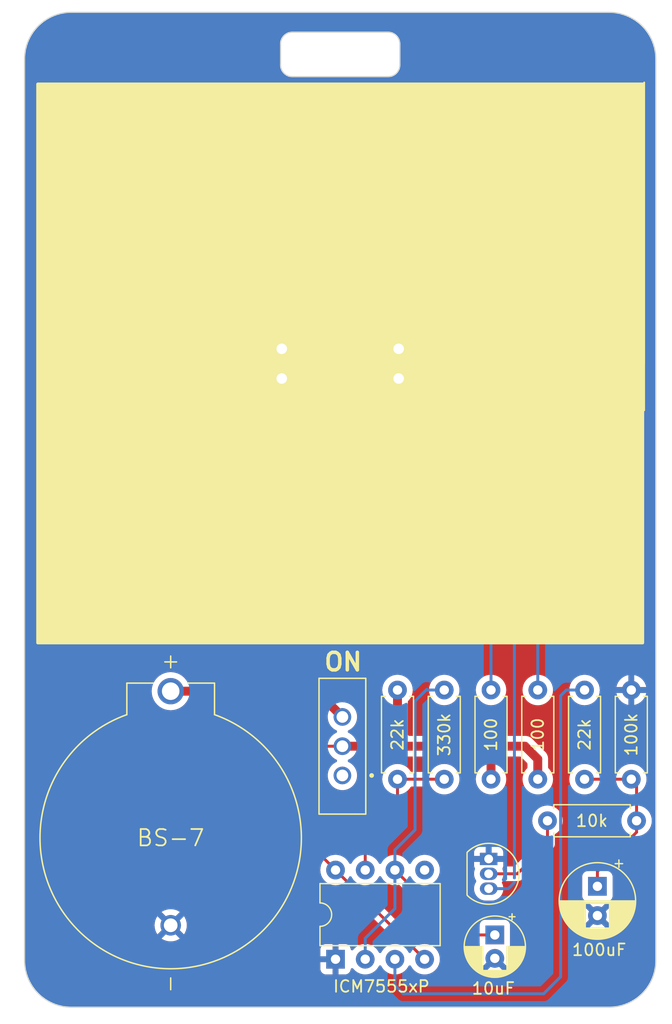
<source format=kicad_pcb>
(kicad_pcb (version 20221018) (generator pcbnew)
  (layers (0 "F.Cu" signal) (31 "B.Cu" signal) (34 "B.Paste" user) (35 "F.Paste" user) (36 "B.SilkS" user "B.Silkscreen") (37 "F.SilkS" user "F.Silkscreen") (38 "B.Mask" user) (39 "F.Mask" user) (44 "Edge.Cuts" user))
  (net 0 "")
  (net 1 "Net-(U1-THR)")
  (net 2 "GND")
  (net 3 "Net-(C2-Pad1)")
  (net 4 "Net-(D1-K)")
  (net 5 "Net-(D1-A)")
  (net 6 "Net-(D2-A)")
  (net 7 "Net-(Q1-B)")
  (net 8 "VCC")
  (net 9 "Net-(U1-DIS)")
  (net 10 "Net-(U1-Q)")
  (net 12 "Net-(BT1-Pad+)")
  (footprint "LED_THT:LED_D3.0mm" (layer "F.Cu") (at 130.0125 71.82125 90)
    (fp_text reference "D2" (at 1.27 -2.96 90) (layer "F.SilkS"))
    (fp_text value "LED")
    (fp_line (start -0.29 -1.236) (end -0.29 -1.08) (stroke (width 0.12)) (layer "F.SilkS"))
    (fp_line (start -0.29 1.08) (end -0.29 1.236) (stroke (width 0.12)) (layer "F.SilkS"))
    (fp_arc (start -0.29 -1.235516) (mid 1.366487 -1.987659) (end 2.942335 -1.078608) (stroke (width 0.12)) (layer "F.SilkS"))
    (fp_arc (start 0.229039 -1.08) (mid 1.270117 -1.5) (end 2.31113 -1.079837) (stroke (width 0.12)) (layer "F.SilkS"))
    (fp_arc (start 2.31113 1.079837) (mid 1.270117 1.5) (end 0.229039 1.08) (stroke (width 0.12)) (layer "F.SilkS"))
    (fp_arc (start 2.942335 1.078608) (mid 1.366487 1.987659) (end -0.29 1.235516) (stroke (width 0.12)) (layer "F.SilkS"))
    (pad "1" thru_hole rect (at 0 0 90) (size 1.8 1.8) (drill 0.9) (layers "*.Cu" "*.Mask") (net 4 "Net-(D1-K)"))
    (pad "2" thru_hole circle (at 2.54 0 90) (size 1.8 1.8) (drill 0.9) (layers "*.Cu" "*.Mask") (net 6 "Net-(D2-A)"))
  )
  (footprint "EG1218:SW_EG1218" (layer "F.Cu") (at 125.2 103.23125 90)
    (fp_text reference "S1" hide)
    (fp_text value "EG1218")
    (fp_line (start -5.8 -2) (end 5.8 -2) (stroke (width 0.127)) (layer "F.SilkS"))
    (fp_line (start -5.8 2) (end -5.8 -2) (stroke (width 0.127)) (layer "F.SilkS"))
    (fp_line (start 5.8 -2) (end 5.8 2) (stroke (width 0.127)) (layer "F.SilkS"))
    (fp_line (start 5.8 2) (end -5.8 2) (stroke (width 0.127)) (layer "F.SilkS"))
    (fp_circle (center -2.5 2.5) (end -2.4 2.5) (stroke (width 0.2)) (fill none) (layer "F.SilkS"))
    (pad "1" thru_hole circle (at -2.5 0 90) (size 1.508 1.508) (drill 1) (layers "*.Cu" "*.Mask"))
    (pad "2" thru_hole circle (at 0 0 90) (size 1.508 1.508) (drill 1) (layers "*.Cu" "*.Mask") (net 8 "VCC"))
    (pad "3" thru_hole circle (at 2.5 0 90) (size 1.508 1.508) (drill 1) (layers "*.Cu" "*.Mask") (net 12 "Net-(BT1-Pad+)"))
  )
  (footprint "Resistor_THT:R_Axial_DIN0207_L6.3mm_D2.5mm_P7.62mm_Horizontal" (layer "F.Cu") (at 133.9125 106.05125 90)
    (fp_text reference "R2" hide)
    (fp_text value "330k" (at 3.81 0 90) (layer "F.SilkS"))
    (fp_line (start 0.54 -1.37) (end 7.08 -1.37) (stroke (width 0.12)) (layer "F.SilkS"))
    (fp_line (start 0.54 -1.04) (end 0.54 -1.37) (stroke (width 0.12)) (layer "F.SilkS"))
    (fp_line (start 0.54 1.04) (end 0.54 1.37) (stroke (width 0.12)) (layer "F.SilkS"))
    (fp_line (start 0.54 1.37) (end 7.08 1.37) (stroke (width 0.12)) (layer "F.SilkS"))
    (fp_line (start 7.08 -1.37) (end 7.08 -1.04) (stroke (width 0.12)) (layer "F.SilkS"))
    (fp_line (start 7.08 1.37) (end 7.08 1.04) (stroke (width 0.12)) (layer "F.SilkS"))
    (pad "1" thru_hole circle (at 0 0 90) (size 1.6 1.6) (drill 0.8) (layers "*.Cu" "*.Mask") (net 9 "Net-(U1-DIS)"))
    (pad "2" thru_hole oval (at 7.62 0 90) (size 1.6 1.6) (drill 0.8) (layers "*.Cu" "*.Mask") (net 1 "Net-(U1-THR)"))
  )
  (footprint "BS-7:BAT_BS-7" (layer "F.Cu") (at 110.5125 108.53125 90)
    (fp_text reference "BT1" hide)
    (fp_text value "BS-7" (at -2.53506 0 180) (layer "F.SilkS") (effects (font (size 1.4 1.4))))
    (fp_line (start -15.5 0) (end -14.5 0) (stroke (width 0.127)) (layer "F.SilkS"))
    (fp_line (start 10.69 -3.75) (end 7.995 -3.75) (stroke (width 0.127)) (layer "F.SilkS"))
    (fp_line (start 10.69 -3.75) (end 10.69 -1.47) (stroke (width 0.127)) (layer "F.SilkS"))
    (fp_line (start 10.69 3.75) (end 7.995 3.75) (stroke (width 0.127)) (layer "F.SilkS"))
    (fp_line (start 10.69 3.75) (end 10.69 1.47) (stroke (width 0.127)) (layer "F.SilkS"))
    (fp_line (start 12 0) (end 13 0) (stroke (width 0.127)) (layer "F.SilkS"))
    (fp_line (start 12.5 -0.5) (end 12.5 0.5) (stroke (width 0.127)) (layer "F.SilkS"))
    (fp_arc (start 7.995 3.75) (mid -13.712925 0) (end 7.995 -3.75) (stroke (width 0.127)) (layer "F.SilkS"))
    (pad "+" thru_hole circle (at 10 0 90) (size 2.25 2.25) (drill 1.5) (layers "*.Cu" "*.Mask") (net 12 "Net-(BT1-Pad+)"))
    (pad "-" thru_hole circle (at -10 0 90) (size 1.755 1.755) (drill 1.17) (layers "*.Cu" "*.Mask") (net 2 "GND"))
  )
  (footprint "Resistor_THT:R_Axial_DIN0207_L6.3mm_D2.5mm_P7.62mm_Horizontal" (layer "F.Cu") (at 141.9125 106.05125 90)
    (fp_text reference "R7" hide)
    (fp_text value "100" (at 3.81 0 90) (layer "F.SilkS"))
    (fp_line (start 0.54 -1.37) (end 7.08 -1.37) (stroke (width 0.12)) (layer "F.SilkS"))
    (fp_line (start 0.54 -1.04) (end 0.54 -1.37) (stroke (width 0.12)) (layer "F.SilkS"))
    (fp_line (start 0.54 1.04) (end 0.54 1.37) (stroke (width 0.12)) (layer "F.SilkS"))
    (fp_line (start 0.54 1.37) (end 7.08 1.37) (stroke (width 0.12)) (layer "F.SilkS"))
    (fp_line (start 7.08 -1.37) (end 7.08 -1.04) (stroke (width 0.12)) (layer "F.SilkS"))
    (fp_line (start 7.08 1.37) (end 7.08 1.04) (stroke (width 0.12)) (layer "F.SilkS"))
    (pad "1" thru_hole circle (at 0 0 90) (size 1.6 1.6) (drill 0.8) (layers "*.Cu" "*.Mask") (net 8 "VCC"))
    (pad "2" thru_hole oval (at 7.62 0 90) (size 1.6 1.6) (drill 0.8) (layers "*.Cu" "*.Mask") (net 6 "Net-(D2-A)"))
  )
  (footprint "Resistor_THT:R_Axial_DIN0207_L6.3mm_D2.5mm_P7.62mm_Horizontal" (layer "F.Cu") (at 149.9125 106.05125 90)
    (fp_text reference "R4" hide)
    (fp_text value "100k" (at 3.81 0 90) (layer "F.SilkS"))
    (fp_line (start 0.54 -1.37) (end 7.08 -1.37) (stroke (width 0.12)) (layer "F.SilkS"))
    (fp_line (start 0.54 -1.04) (end 0.54 -1.37) (stroke (width 0.12)) (layer "F.SilkS"))
    (fp_line (start 0.54 1.04) (end 0.54 1.37) (stroke (width 0.12)) (layer "F.SilkS"))
    (fp_line (start 0.54 1.37) (end 7.08 1.37) (stroke (width 0.12)) (layer "F.SilkS"))
    (fp_line (start 7.08 -1.37) (end 7.08 -1.04) (stroke (width 0.12)) (layer "F.SilkS"))
    (fp_line (start 7.08 1.37) (end 7.08 1.04) (stroke (width 0.12)) (layer "F.SilkS"))
    (pad "1" thru_hole circle (at 0 0 90) (size 1.6 1.6) (drill 0.8) (layers "*.Cu" "*.Mask") (net 3 "Net-(C2-Pad1)"))
    (pad "2" thru_hole oval (at 7.62 0 90) (size 1.6 1.6) (drill 0.8) (layers "*.Cu" "*.Mask") (net 2 "GND"))
  )
  (footprint "Resistor_THT:R_Axial_DIN0207_L6.3mm_D2.5mm_P7.62mm_Horizontal" (layer "F.Cu") (at 137.9125 98.43125 -90)
    (fp_text reference "R6" hide)
    (fp_text value "100" (at 3.81 0 90) (layer "F.SilkS"))
    (fp_line (start 0.54 -1.37) (end 7.08 -1.37) (stroke (width 0.12)) (layer "F.SilkS"))
    (fp_line (start 0.54 -1.04) (end 0.54 -1.37) (stroke (width 0.12)) (layer "F.SilkS"))
    (fp_line (start 0.54 1.04) (end 0.54 1.37) (stroke (width 0.12)) (layer "F.SilkS"))
    (fp_line (start 0.54 1.37) (end 7.08 1.37) (stroke (width 0.12)) (layer "F.SilkS"))
    (fp_line (start 7.08 -1.37) (end 7.08 -1.04) (stroke (width 0.12)) (layer "F.SilkS"))
    (fp_line (start 7.08 1.37) (end 7.08 1.04) (stroke (width 0.12)) (layer "F.SilkS"))
    (pad "1" thru_hole circle (at 0 0 270) (size 1.6 1.6) (drill 0.8) (layers "*.Cu" "*.Mask") (net 5 "Net-(D1-A)"))
    (pad "2" thru_hole oval (at 7.62 0 270) (size 1.6 1.6) (drill 0.8) (layers "*.Cu" "*.Mask") (net 8 "VCC"))
  )
  (footprint "LED_THT:LED_D3.0mm" (layer "F.Cu") (at 120.0125 71.82125 90)
    (fp_text reference "D1" (at 1.27 -2.96 90) (layer "F.SilkS"))
    (fp_text value "LED")
    (fp_line (start -0.29 -1.236) (end -0.29 -1.08) (stroke (width 0.12)) (layer "F.SilkS"))
    (fp_line (start -0.29 1.08) (end -0.29 1.236) (stroke (width 0.12)) (layer "F.SilkS"))
    (fp_arc (start -0.29 -1.235516) (mid 1.366487 -1.987659) (end 2.942335 -1.078608) (stroke (width 0.12)) (layer "F.SilkS"))
    (fp_arc (start 0.229039 -1.08) (mid 1.270117 -1.5) (end 2.31113 -1.079837) (stroke (width 0.12)) (layer "F.SilkS"))
    (fp_arc (start 2.31113 1.079837) (mid 1.270117 1.5) (end 0.229039 1.08) (stroke (width 0.12)) (layer "F.SilkS"))
    (fp_arc (start 2.942335 1.078608) (mid 1.366487 1.987659) (end -0.29 1.235516) (stroke (width 0.12)) (layer "F.SilkS"))
    (pad "1" thru_hole rect (at 0 0 90) (size 1.8 1.8) (drill 0.9) (layers "*.Cu" "*.Mask") (net 4 "Net-(D1-K)"))
    (pad "2" thru_hole circle (at 2.54 0 90) (size 1.8 1.8) (drill 0.9) (layers "*.Cu" "*.Mask") (net 5 "Net-(D1-A)"))
  )
  (footprint "Capacitor_THT:CP_Radial_D6.3mm_P2.50mm" (layer "F.Cu") (at 147.0125 115.20125 -90)
    (fp_text reference "C2" hide)
    (fp_text value "100uF" (at 5.43 -0.15 -180) (layer "F.SilkS"))
    (fp_line (start -2.250241 -1.839) (end -1.620241 -1.839) (stroke (width 0.12)) (layer "F.SilkS"))
    (fp_line (start -1.935241 -2.154) (end -1.935241 -1.524) (stroke (width 0.12)) (layer "F.SilkS"))
    (fp_line (start 1.25 -3.23) (end 1.25 3.23) (stroke (width 0.12)) (layer "F.SilkS"))
    (fp_line (start 1.29 -3.23) (end 1.29 3.23) (stroke (width 0.12)) (layer "F.SilkS"))
    (fp_line (start 1.33 -3.23) (end 1.33 3.23) (stroke (width 0.12)) (layer "F.SilkS"))
    (fp_line (start 1.37 -3.228) (end 1.37 3.228) (stroke (width 0.12)) (layer "F.SilkS"))
    (fp_line (start 1.41 -3.227) (end 1.41 3.227) (stroke (width 0.12)) (layer "F.SilkS"))
    (fp_line (start 1.45 -3.224) (end 1.45 3.224) (stroke (width 0.12)) (layer "F.SilkS"))
    (fp_line (start 1.49 -3.222) (end 1.49 -1.04) (stroke (width 0.12)) (layer "F.SilkS"))
    (fp_line (start 1.49 1.04) (end 1.49 3.222) (stroke (width 0.12)) (layer "F.SilkS"))
    (fp_line (start 1.53 -3.218) (end 1.53 -1.04) (stroke (width 0.12)) (layer "F.SilkS"))
    (fp_line (start 1.53 1.04) (end 1.53 3.218) (stroke (width 0.12)) (layer "F.SilkS"))
    (fp_line (start 1.57 -3.215) (end 1.57 -1.04) (stroke (width 0.12)) (layer "F.SilkS"))
    (fp_line (start 1.57 1.04) (end 1.57 3.215) (stroke (width 0.12)) (layer "F.SilkS"))
    (fp_line (start 1.61 -3.211) (end 1.61 -1.04) (stroke (width 0.12)) (layer "F.SilkS"))
    (fp_line (start 1.61 1.04) (end 1.61 3.211) (stroke (width 0.12)) (layer "F.SilkS"))
    (fp_line (start 1.65 -3.206) (end 1.65 -1.04) (stroke (width 0.12)) (layer "F.SilkS"))
    (fp_line (start 1.65 1.04) (end 1.65 3.206) (stroke (width 0.12)) (layer "F.SilkS"))
    (fp_line (start 1.69 -3.201) (end 1.69 -1.04) (stroke (width 0.12)) (layer "F.SilkS"))
    (fp_line (start 1.69 1.04) (end 1.69 3.201) (stroke (width 0.12)) (layer "F.SilkS"))
    (fp_line (start 1.73 -3.195) (end 1.73 -1.04) (stroke (width 0.12)) (layer "F.SilkS"))
    (fp_line (start 1.73 1.04) (end 1.73 3.195) (stroke (width 0.12)) (layer "F.SilkS"))
    (fp_line (start 1.77 -3.189) (end 1.77 -1.04) (stroke (width 0.12)) (layer "F.SilkS"))
    (fp_line (start 1.77 1.04) (end 1.77 3.189) (stroke (width 0.12)) (layer "F.SilkS"))
    (fp_line (start 1.81 -3.182) (end 1.81 -1.04) (stroke (width 0.12)) (layer "F.SilkS"))
    (fp_line (start 1.81 1.04) (end 1.81 3.182) (stroke (width 0.12)) (layer "F.SilkS"))
    (fp_line (start 1.85 -3.175) (end 1.85 -1.04) (stroke (width 0.12)) (layer "F.SilkS"))
    (fp_line (start 1.85 1.04) (end 1.85 3.175) (stroke (width 0.12)) (layer "F.SilkS"))
    (fp_line (start 1.89 -3.167) (end 1.89 -1.04) (stroke (width 0.12)) (layer "F.SilkS"))
    (fp_line (start 1.89 1.04) (end 1.89 3.167) (stroke (width 0.12)) (layer "F.SilkS"))
    (fp_line (start 1.93 -3.159) (end 1.93 -1.04) (stroke (width 0.12)) (layer "F.SilkS"))
    (fp_line (start 1.93 1.04) (end 1.93 3.159) (stroke (width 0.12)) (layer "F.SilkS"))
    (fp_line (start 1.971 -3.15) (end 1.971 -1.04) (stroke (width 0.12)) (layer "F.SilkS"))
    (fp_line (start 1.971 1.04) (end 1.971 3.15) (stroke (width 0.12)) (layer "F.SilkS"))
    (fp_line (start 2.011 -3.141) (end 2.011 -1.04) (stroke (width 0.12)) (layer "F.SilkS"))
    (fp_line (start 2.011 1.04) (end 2.011 3.141) (stroke (width 0.12)) (layer "F.SilkS"))
    (fp_line (start 2.051 -3.131) (end 2.051 -1.04) (stroke (width 0.12)) (layer "F.SilkS"))
    (fp_line (start 2.051 1.04) (end 2.051 3.131) (stroke (width 0.12)) (layer "F.SilkS"))
    (fp_line (start 2.091 -3.121) (end 2.091 -1.04) (stroke (width 0.12)) (layer "F.SilkS"))
    (fp_line (start 2.091 1.04) (end 2.091 3.121) (stroke (width 0.12)) (layer "F.SilkS"))
    (fp_line (start 2.131 -3.11) (end 2.131 -1.04) (stroke (width 0.12)) (layer "F.SilkS"))
    (fp_line (start 2.131 1.04) (end 2.131 3.11) (stroke (width 0.12)) (layer "F.SilkS"))
    (fp_line (start 2.171 -3.098) (end 2.171 -1.04) (stroke (width 0.12)) (layer "F.SilkS"))
    (fp_line (start 2.171 1.04) (end 2.171 3.098) (stroke (width 0.12)) (layer "F.SilkS"))
    (fp_line (start 2.211 -3.086) (end 2.211 -1.04) (stroke (width 0.12)) (layer "F.SilkS"))
    (fp_line (start 2.211 1.04) (end 2.211 3.086) (stroke (width 0.12)) (layer "F.SilkS"))
    (fp_line (start 2.251 -3.074) (end 2.251 -1.04) (stroke (width 0.12)) (layer "F.SilkS"))
    (fp_line (start 2.251 1.04) (end 2.251 3.074) (stroke (width 0.12)) (layer "F.SilkS"))
    (fp_line (start 2.291 -3.061) (end 2.291 -1.04) (stroke (width 0.12)) (layer "F.SilkS"))
    (fp_line (start 2.291 1.04) (end 2.291 3.061) (stroke (width 0.12)) (layer "F.SilkS"))
    (fp_line (start 2.331 -3.047) (end 2.331 -1.04) (stroke (width 0.12)) (layer "F.SilkS"))
    (fp_line (start 2.331 1.04) (end 2.331 3.047) (stroke (width 0.12)) (layer "F.SilkS"))
    (fp_line (start 2.371 -3.033) (end 2.371 -1.04) (stroke (width 0.12)) (layer "F.SilkS"))
    (fp_line (start 2.371 1.04) (end 2.371 3.033) (stroke (width 0.12)) (layer "F.SilkS"))
    (fp_line (start 2.411 -3.018) (end 2.411 -1.04) (stroke (width 0.12)) (layer "F.SilkS"))
    (fp_line (start 2.411 1.04) (end 2.411 3.018) (stroke (width 0.12)) (layer "F.SilkS"))
    (fp_line (start 2.451 -3.002) (end 2.451 -1.04) (stroke (width 0.12)) (layer "F.SilkS"))
    (fp_line (start 2.451 1.04) (end 2.451 3.002) (stroke (width 0.12)) (layer "F.SilkS"))
    (fp_line (start 2.491 -2.986) (end 2.491 -1.04) (stroke (width 0.12)) (layer "F.SilkS"))
    (fp_line (start 2.491 1.04) (end 2.491 2.986) (stroke (width 0.12)) (layer "F.SilkS"))
    (fp_line (start 2.531 -2.97) (end 2.531 -1.04) (stroke (width 0.12)) (layer "F.SilkS"))
    (fp_line (start 2.531 1.04) (end 2.531 2.97) (stroke (width 0.12)) (layer "F.SilkS"))
    (fp_line (start 2.571 -2.952) (end 2.571 -1.04) (stroke (width 0.12)) (layer "F.SilkS"))
    (fp_line (start 2.571 1.04) (end 2.571 2.952) (stroke (width 0.12)) (layer "F.SilkS"))
    (fp_line (start 2.611 -2.934) (end 2.611 -1.04) (stroke (width 0.12)) (layer "F.SilkS"))
    (fp_line (start 2.611 1.04) (end 2.611 2.934) (stroke (width 0.12)) (layer "F.SilkS"))
    (fp_line (start 2.651 -2.916) (end 2.651 -1.04) (stroke (width 0.12)) (layer "F.SilkS"))
    (fp_line (start 2.651 1.04) (end 2.651 2.916) (stroke (width 0.12)) (layer "F.SilkS"))
    (fp_line (start 2.691 -2.896) (end 2.691 -1.04) (stroke (width 0.12)) (layer "F.SilkS"))
    (fp_line (start 2.691 1.04) (end 2.691 2.896) (stroke (width 0.12)) (layer "F.SilkS"))
    (fp_line (start 2.731 -2.876) (end 2.731 -1.04) (stroke (width 0.12)) (layer "F.SilkS"))
    (fp_line (start 2.731 1.04) (end 2.731 2.876) (stroke (width 0.12)) (layer "F.SilkS"))
    (fp_line (start 2.771 -2.856) (end 2.771 -1.04) (stroke (width 0.12)) (layer "F.SilkS"))
    (fp_line (start 2.771 1.04) (end 2.771 2.856) (stroke (width 0.12)) (layer "F.SilkS"))
    (fp_line (start 2.811 -2.834) (end 2.811 -1.04) (stroke (width 0.12)) (layer "F.SilkS"))
    (fp_line (start 2.811 1.04) (end 2.811 2.834) (stroke (width 0.12)) (layer "F.SilkS"))
    (fp_line (start 2.851 -2.812) (end 2.851 -1.04) (stroke (width 0.12)) (layer "F.SilkS"))
    (fp_line (start 2.851 1.04) (end 2.851 2.812) (stroke (width 0.12)) (layer "F.SilkS"))
    (fp_line (start 2.891 -2.79) (end 2.891 -1.04) (stroke (width 0.12)) (layer "F.SilkS"))
    (fp_line (start 2.891 1.04) (end 2.891 2.79) (stroke (width 0.12)) (layer "F.SilkS"))
    (fp_line (start 2.931 -2.766) (end 2.931 -1.04) (stroke (width 0.12)) (layer "F.SilkS"))
    (fp_line (start 2.931 1.04) (end 2.931 2.766) (stroke (width 0.12)) (layer "F.SilkS"))
    (fp_line (start 2.971 -2.742) (end 2.971 -1.04) (stroke (width 0.12)) (layer "F.SilkS"))
    (fp_line (start 2.971 1.04) (end 2.971 2.742) (stroke (width 0.12)) (layer "F.SilkS"))
    (fp_line (start 3.011 -2.716) (end 3.011 -1.04) (stroke (width 0.12)) (layer "F.SilkS"))
    (fp_line (start 3.011 1.04) (end 3.011 2.716) (stroke (width 0.12)) (layer "F.SilkS"))
    (fp_line (start 3.051 -2.69) (end 3.051 -1.04) (stroke (width 0.12)) (layer "F.SilkS"))
    (fp_line (start 3.051 1.04) (end 3.051 2.69) (stroke (width 0.12)) (layer "F.SilkS"))
    (fp_line (start 3.091 -2.664) (end 3.091 -1.04) (stroke (width 0.12)) (layer "F.SilkS"))
    (fp_line (start 3.091 1.04) (end 3.091 2.664) (stroke (width 0.12)) (layer "F.SilkS"))
    (fp_line (start 3.131 -2.636) (end 3.131 -1.04) (stroke (width 0.12)) (layer "F.SilkS"))
    (fp_line (start 3.131 1.04) (end 3.131 2.636) (stroke (width 0.12)) (layer "F.SilkS"))
    (fp_line (start 3.171 -2.607) (end 3.171 -1.04) (stroke (width 0.12)) (layer "F.SilkS"))
    (fp_line (start 3.171 1.04) (end 3.171 2.607) (stroke (width 0.12)) (layer "F.SilkS"))
    (fp_line (start 3.211 -2.578) (end 3.211 -1.04) (stroke (width 0.12)) (layer "F.SilkS"))
    (fp_line (start 3.211 1.04) (end 3.211 2.578) (stroke (width 0.12)) (layer "F.SilkS"))
    (fp_line (start 3.251 -2.548) (end 3.251 -1.04) (stroke (width 0.12)) (layer "F.SilkS"))
    (fp_line (start 3.251 1.04) (end 3.251 2.548) (stroke (width 0.12)) (layer "F.SilkS"))
    (fp_line (start 3.291 -2.516) (end 3.291 -1.04) (stroke (width 0.12)) (layer "F.SilkS"))
    (fp_line (start 3.291 1.04) (end 3.291 2.516) (stroke (width 0.12)) (layer "F.SilkS"))
    (fp_line (start 3.331 -2.484) (end 3.331 -1.04) (stroke (width 0.12)) (layer "F.SilkS"))
    (fp_line (start 3.331 1.04) (end 3.331 2.484) (stroke (width 0.12)) (layer "F.SilkS"))
    (fp_line (start 3.371 -2.45) (end 3.371 -1.04) (stroke (width 0.12)) (layer "F.SilkS"))
    (fp_line (start 3.371 1.04) (end 3.371 2.45) (stroke (width 0.12)) (layer "F.SilkS"))
    (fp_line (start 3.411 -2.416) (end 3.411 -1.04) (stroke (width 0.12)) (layer "F.SilkS"))
    (fp_line (start 3.411 1.04) (end 3.411 2.416) (stroke (width 0.12)) (layer "F.SilkS"))
    (fp_line (start 3.451 -2.38) (end 3.451 -1.04) (stroke (width 0.12)) (layer "F.SilkS"))
    (fp_line (start 3.451 1.04) (end 3.451 2.38) (stroke (width 0.12)) (layer "F.SilkS"))
    (fp_line (start 3.491 -2.343) (end 3.491 -1.04) (stroke (width 0.12)) (layer "F.SilkS"))
    (fp_line (start 3.491 1.04) (end 3.491 2.343) (stroke (width 0.12)) (layer "F.SilkS"))
    (fp_line (start 3.531 -2.305) (end 3.531 -1.04) (stroke (width 0.12)) (layer "F.SilkS"))
    (fp_line (start 3.531 1.04) (end 3.531 2.305) (stroke (width 0.12)) (layer "F.SilkS"))
    (fp_line (start 3.571 -2.265) (end 3.571 2.265) (stroke (width 0.12)) (layer "F.SilkS"))
    (fp_line (start 3.611 -2.224) (end 3.611 2.224) (stroke (width 0.12)) (layer "F.SilkS"))
    (fp_line (start 3.651 -2.182) (end 3.651 2.182) (stroke (width 0.12)) (layer "F.SilkS"))
    (fp_line (start 3.691 -2.137) (end 3.691 2.137) (stroke (width 0.12)) (layer "F.SilkS"))
    (fp_line (start 3.731 -2.092) (end 3.731 2.092) (stroke (width 0.12)) (layer "F.SilkS"))
    (fp_line (start 3.771 -2.044) (end 3.771 2.044) (stroke (width 0.12)) (layer "F.SilkS"))
    (fp_line (start 3.811 -1.995) (end 3.811 1.995) (stroke (width 0.12)) (layer "F.SilkS"))
    (fp_line (start 3.851 -1.944) (end 3.851 1.944) (stroke (width 0.12)) (layer "F.SilkS"))
    (fp_line (start 3.891 -1.89) (end 3.891 1.89) (stroke (width 0.12)) (layer "F.SilkS"))
    (fp_line (start 3.931 -1.834) (end 3.931 1.834) (stroke (width 0.12)) (layer "F.SilkS"))
    (fp_line (start 3.971 -1.776) (end 3.971 1.776) (stroke (width 0.12)) (layer "F.SilkS"))
    (fp_line (start 4.011 -1.714) (end 4.011 1.714) (stroke (width 0.12)) (layer "F.SilkS"))
    (fp_line (start 4.051 -1.65) (end 4.051 1.65) (stroke (width 0.12)) (layer "F.SilkS"))
    (fp_line (start 4.091 -1.581) (end 4.091 1.581) (stroke (width 0.12)) (layer "F.SilkS"))
    (fp_line (start 4.131 -1.509) (end 4.131 1.509) (stroke (width 0.12)) (layer "F.SilkS"))
    (fp_line (start 4.171 -1.432) (end 4.171 1.432) (stroke (width 0.12)) (layer "F.SilkS"))
    (fp_line (start 4.211 -1.35) (end 4.211 1.35) (stroke (width 0.12)) (layer "F.SilkS"))
    (fp_line (start 4.251 -1.262) (end 4.251 1.262) (stroke (width 0.12)) (layer "F.SilkS"))
    (fp_line (start 4.291 -1.165) (end 4.291 1.165) (stroke (width 0.12)) (layer "F.SilkS"))
    (fp_line (start 4.331 -1.059) (end 4.331 1.059) (stroke (width 0.12)) (layer "F.SilkS"))
    (fp_line (start 4.371 -0.94) (end 4.371 0.94) (stroke (width 0.12)) (layer "F.SilkS"))
    (fp_line (start 4.411 -0.802) (end 4.411 0.802) (stroke (width 0.12)) (layer "F.SilkS"))
    (fp_line (start 4.451 -0.633) (end 4.451 0.633) (stroke (width 0.12)) (layer "F.SilkS"))
    (fp_line (start 4.491 -0.402) (end 4.491 0.402) (stroke (width 0.12)) (layer "F.SilkS"))
    (fp_circle (center 1.25 0) (end 4.52 0) (stroke (width 0.12)) (fill none) (layer "F.SilkS"))
    (pad "1" thru_hole rect (at 0 0 270) (size 1.6 1.6) (drill 0.8) (layers "*.Cu" "*.Mask") (net 3 "Net-(C2-Pad1)"))
    (pad "2" thru_hole circle (at 2.5 0 270) (size 1.6 1.6) (drill 0.8) (layers "*.Cu" "*.Mask") (net 2 "GND"))
  )
  (footprint "Package_TO_SOT_THT:TO-92_Inline" (layer "F.Cu") (at 137.7125 112.86125 -90)
    (fp_text reference "Q1" hide)
    (fp_text value "2N3904")
    (fp_line (start -0.53 1.85) (end 3.07 1.85) (stroke (width 0.12)) (layer "F.SilkS"))
    (fp_arc (start -0.568478 1.838478) (mid -1.132087 -0.994977) (end 1.27 -2.6) (stroke (width 0.12)) (layer "F.SilkS"))
    (fp_arc (start 1.27 -2.6) (mid 3.672087 -0.994977) (end 3.108478 1.838478) (stroke (width 0.12)) (layer "F.SilkS"))
    (pad "1" thru_hole rect (at 0 0 270) (size 1.05 1.5) (drill 0.75) (layers "*.Cu" "*.Mask") (net 2 "GND"))
    (pad "2" thru_hole oval (at 1.27 0 270) (size 1.05 1.5) (drill 0.75) (layers "*.Cu" "*.Mask") (net 7 "Net-(Q1-B)"))
    (pad "3" thru_hole oval (at 2.54 0 270) (size 1.05 1.5) (drill 0.75) (layers "*.Cu" "*.Mask") (net 4 "Net-(D1-K)"))
  )
  (footprint "Package_DIP:DIP-8_W7.62mm" (layer "F.Cu") (at 124.6125 121.43125 90)
    (fp_text reference "U1" hide)
    (fp_text value "ICM7555xP" (at -2.325 3.925 180) (layer "F.SilkS"))
    (fp_line (start 1.16 -1.33) (end 1.16 8.95) (stroke (width 0.12)) (layer "F.SilkS"))
    (fp_line (start 1.16 8.95) (end 6.46 8.95) (stroke (width 0.12)) (layer "F.SilkS"))
    (fp_line (start 2.81 -1.33) (end 1.16 -1.33) (stroke (width 0.12)) (layer "F.SilkS"))
    (fp_line (start 6.46 -1.33) (end 4.81 -1.33) (stroke (width 0.12)) (layer "F.SilkS"))
    (fp_line (start 6.46 8.95) (end 6.46 -1.33) (stroke (width 0.12)) (layer "F.SilkS"))
    (fp_arc (start 4.81 -1.33) (mid 3.81 -0.33) (end 2.81 -1.33) (stroke (width 0.12)) (layer "F.SilkS"))
    (pad "1" thru_hole rect (at 0 0 90) (size 1.6 1.6) (drill 0.8) (layers "*.Cu" "*.Mask") (net 2 "GND"))
    (pad "2" thru_hole oval (at 0 2.54 90) (size 1.6 1.6) (drill 0.8) (layers "*.Cu" "*.Mask") (net 1 "Net-(U1-THR)"))
    (pad "3" thru_hole oval (at 0 5.08 90) (size 1.6 1.6) (drill 0.8) (layers "*.Cu" "*.Mask") (net 10 "Net-(U1-Q)"))
    (pad "4" thru_hole oval (at 0 7.62 90) (size 1.6 1.6) (drill 0.8) (layers "*.Cu" "*.Mask") (net 8 "VCC"))
    (pad "5" thru_hole oval (at 7.62 7.62 90) (size 1.6 1.6) (drill 0.8) (layers "*.Cu" "*.Mask"))
    (pad "6" thru_hole oval (at 7.62 5.08 90) (size 1.6 1.6) (drill 0.8) (layers "*.Cu" "*.Mask") (net 1 "Net-(U1-THR)"))
    (pad "7" thru_hole oval (at 7.62 2.54 90) (size 1.6 1.6) (drill 0.8) (layers "*.Cu" "*.Mask") (net 9 "Net-(U1-DIS)"))
    (pad "8" thru_hole oval (at 7.62 0 90) (size 1.6 1.6) (drill 0.8) (layers "*.Cu" "*.Mask") (net 8 "VCC"))
  )
  (footprint "Capacitor_THT:CP_Radial_D5.0mm_P2.00mm" (layer "F.Cu") (at 138.2375 119.35625 -90)
    (fp_text reference "C1" hide)
    (fp_text value "10uF" (at 4.575 0.125 -180) (layer "F.SilkS"))
    (fp_line (start -1.804775 -1.475) (end -1.304775 -1.475) (stroke (width 0.12)) (layer "F.SilkS"))
    (fp_line (start -1.554775 -1.725) (end -1.554775 -1.225) (stroke (width 0.12)) (layer "F.SilkS"))
    (fp_line (start 1 -2.58) (end 1 -1.04) (stroke (width 0.12)) (layer "F.SilkS"))
    (fp_line (start 1 1.04) (end 1 2.58) (stroke (width 0.12)) (layer "F.SilkS"))
    (fp_line (start 1.04 -2.58) (end 1.04 -1.04) (stroke (width 0.12)) (layer "F.SilkS"))
    (fp_line (start 1.04 1.04) (end 1.04 2.58) (stroke (width 0.12)) (layer "F.SilkS"))
    (fp_line (start 1.08 -2.579) (end 1.08 -1.04) (stroke (width 0.12)) (layer "F.SilkS"))
    (fp_line (start 1.08 1.04) (end 1.08 2.579) (stroke (width 0.12)) (layer "F.SilkS"))
    (fp_line (start 1.12 -2.578) (end 1.12 -1.04) (stroke (width 0.12)) (layer "F.SilkS"))
    (fp_line (start 1.12 1.04) (end 1.12 2.578) (stroke (width 0.12)) (layer "F.SilkS"))
    (fp_line (start 1.16 -2.576) (end 1.16 -1.04) (stroke (width 0.12)) (layer "F.SilkS"))
    (fp_line (start 1.16 1.04) (end 1.16 2.576) (stroke (width 0.12)) (layer "F.SilkS"))
    (fp_line (start 1.2 -2.573) (end 1.2 -1.04) (stroke (width 0.12)) (layer "F.SilkS"))
    (fp_line (start 1.2 1.04) (end 1.2 2.573) (stroke (width 0.12)) (layer "F.SilkS"))
    (fp_line (start 1.24 -2.569) (end 1.24 -1.04) (stroke (width 0.12)) (layer "F.SilkS"))
    (fp_line (start 1.24 1.04) (end 1.24 2.569) (stroke (width 0.12)) (layer "F.SilkS"))
    (fp_line (start 1.28 -2.565) (end 1.28 -1.04) (stroke (width 0.12)) (layer "F.SilkS"))
    (fp_line (start 1.28 1.04) (end 1.28 2.565) (stroke (width 0.12)) (layer "F.SilkS"))
    (fp_line (start 1.32 -2.561) (end 1.32 -1.04) (stroke (width 0.12)) (layer "F.SilkS"))
    (fp_line (start 1.32 1.04) (end 1.32 2.561) (stroke (width 0.12)) (layer "F.SilkS"))
    (fp_line (start 1.36 -2.556) (end 1.36 -1.04) (stroke (width 0.12)) (layer "F.SilkS"))
    (fp_line (start 1.36 1.04) (end 1.36 2.556) (stroke (width 0.12)) (layer "F.SilkS"))
    (fp_line (start 1.4 -2.55) (end 1.4 -1.04) (stroke (width 0.12)) (layer "F.SilkS"))
    (fp_line (start 1.4 1.04) (end 1.4 2.55) (stroke (width 0.12)) (layer "F.SilkS"))
    (fp_line (start 1.44 -2.543) (end 1.44 -1.04) (stroke (width 0.12)) (layer "F.SilkS"))
    (fp_line (start 1.44 1.04) (end 1.44 2.543) (stroke (width 0.12)) (layer "F.SilkS"))
    (fp_line (start 1.48 -2.536) (end 1.48 -1.04) (stroke (width 0.12)) (layer "F.SilkS"))
    (fp_line (start 1.48 1.04) (end 1.48 2.536) (stroke (width 0.12)) (layer "F.SilkS"))
    (fp_line (start 1.52 -2.528) (end 1.52 -1.04) (stroke (width 0.12)) (layer "F.SilkS"))
    (fp_line (start 1.52 1.04) (end 1.52 2.528) (stroke (width 0.12)) (layer "F.SilkS"))
    (fp_line (start 1.56 -2.52) (end 1.56 -1.04) (stroke (width 0.12)) (layer "F.SilkS"))
    (fp_line (start 1.56 1.04) (end 1.56 2.52) (stroke (width 0.12)) (layer "F.SilkS"))
    (fp_line (start 1.6 -2.511) (end 1.6 -1.04) (stroke (width 0.12)) (layer "F.SilkS"))
    (fp_line (start 1.6 1.04) (end 1.6 2.511) (stroke (width 0.12)) (layer "F.SilkS"))
    (fp_line (start 1.64 -2.501) (end 1.64 -1.04) (stroke (width 0.12)) (layer "F.SilkS"))
    (fp_line (start 1.64 1.04) (end 1.64 2.501) (stroke (width 0.12)) (layer "F.SilkS"))
    (fp_line (start 1.68 -2.491) (end 1.68 -1.04) (stroke (width 0.12)) (layer "F.SilkS"))
    (fp_line (start 1.68 1.04) (end 1.68 2.491) (stroke (width 0.12)) (layer "F.SilkS"))
    (fp_line (start 1.721 -2.48) (end 1.721 -1.04) (stroke (width 0.12)) (layer "F.SilkS"))
    (fp_line (start 1.721 1.04) (end 1.721 2.48) (stroke (width 0.12)) (layer "F.SilkS"))
    (fp_line (start 1.761 -2.468) (end 1.761 -1.04) (stroke (width 0.12)) (layer "F.SilkS"))
    (fp_line (start 1.761 1.04) (end 1.761 2.468) (stroke (width 0.12)) (layer "F.SilkS"))
    (fp_line (start 1.801 -2.455) (end 1.801 -1.04) (stroke (width 0.12)) (layer "F.SilkS"))
    (fp_line (start 1.801 1.04) (end 1.801 2.455) (stroke (width 0.12)) (layer "F.SilkS"))
    (fp_line (start 1.841 -2.442) (end 1.841 -1.04) (stroke (width 0.12)) (layer "F.SilkS"))
    (fp_line (start 1.841 1.04) (end 1.841 2.442) (stroke (width 0.12)) (layer "F.SilkS"))
    (fp_line (start 1.881 -2.428) (end 1.881 -1.04) (stroke (width 0.12)) (layer "F.SilkS"))
    (fp_line (start 1.881 1.04) (end 1.881 2.428) (stroke (width 0.12)) (layer "F.SilkS"))
    (fp_line (start 1.921 -2.414) (end 1.921 -1.04) (stroke (width 0.12)) (layer "F.SilkS"))
    (fp_line (start 1.921 1.04) (end 1.921 2.414) (stroke (width 0.12)) (layer "F.SilkS"))
    (fp_line (start 1.961 -2.398) (end 1.961 -1.04) (stroke (width 0.12)) (layer "F.SilkS"))
    (fp_line (start 1.961 1.04) (end 1.961 2.398) (stroke (width 0.12)) (layer "F.SilkS"))
    (fp_line (start 2.001 -2.382) (end 2.001 -1.04) (stroke (width 0.12)) (layer "F.SilkS"))
    (fp_line (start 2.001 1.04) (end 2.001 2.382) (stroke (width 0.12)) (layer "F.SilkS"))
    (fp_line (start 2.041 -2.365) (end 2.041 -1.04) (stroke (width 0.12)) (layer "F.SilkS"))
    (fp_line (start 2.041 1.04) (end 2.041 2.365) (stroke (width 0.12)) (layer "F.SilkS"))
    (fp_line (start 2.081 -2.348) (end 2.081 -1.04) (stroke (width 0.12)) (layer "F.SilkS"))
    (fp_line (start 2.081 1.04) (end 2.081 2.348) (stroke (width 0.12)) (layer "F.SilkS"))
    (fp_line (start 2.121 -2.329) (end 2.121 -1.04) (stroke (width 0.12)) (layer "F.SilkS"))
    (fp_line (start 2.121 1.04) (end 2.121 2.329) (stroke (width 0.12)) (layer "F.SilkS"))
    (fp_line (start 2.161 -2.31) (end 2.161 -1.04) (stroke (width 0.12)) (layer "F.SilkS"))
    (fp_line (start 2.161 1.04) (end 2.161 2.31) (stroke (width 0.12)) (layer "F.SilkS"))
    (fp_line (start 2.201 -2.29) (end 2.201 -1.04) (stroke (width 0.12)) (layer "F.SilkS"))
    (fp_line (start 2.201 1.04) (end 2.201 2.29) (stroke (width 0.12)) (layer "F.SilkS"))
    (fp_line (start 2.241 -2.268) (end 2.241 -1.04) (stroke (width 0.12)) (layer "F.SilkS"))
    (fp_line (start 2.241 1.04) (end 2.241 2.268) (stroke (width 0.12)) (layer "F.SilkS"))
    (fp_line (start 2.281 -2.247) (end 2.281 -1.04) (stroke (width 0.12)) (layer "F.SilkS"))
    (fp_line (start 2.281 1.04) (end 2.281 2.247) (stroke (width 0.12)) (layer "F.SilkS"))
    (fp_line (start 2.321 -2.224) (end 2.321 -1.04) (stroke (width 0.12)) (layer "F.SilkS"))
    (fp_line (start 2.321 1.04) (end 2.321 2.224) (stroke (width 0.12)) (layer "F.SilkS"))
    (fp_line (start 2.361 -2.2) (end 2.361 -1.04) (stroke (width 0.12)) (layer "F.SilkS"))
    (fp_line (start 2.361 1.04) (end 2.361 2.2) (stroke (width 0.12)) (layer "F.SilkS"))
    (fp_line (start 2.401 -2.175) (end 2.401 -1.04) (stroke (width 0.12)) (layer "F.SilkS"))
    (fp_line (start 2.401 1.04) (end 2.401 2.175) (stroke (width 0.12)) (layer "F.SilkS"))
    (fp_line (start 2.441 -2.149) (end 2.441 -1.04) (stroke (width 0.12)) (layer "F.SilkS"))
    (fp_line (start 2.441 1.04) (end 2.441 2.149) (stroke (width 0.12)) (layer "F.SilkS"))
    (fp_line (start 2.481 -2.122) (end 2.481 -1.04) (stroke (width 0.12)) (layer "F.SilkS"))
    (fp_line (start 2.481 1.04) (end 2.481 2.122) (stroke (width 0.12)) (layer "F.SilkS"))
    (fp_line (start 2.521 -2.095) (end 2.521 -1.04) (stroke (width 0.12)) (layer "F.SilkS"))
    (fp_line (start 2.521 1.04) (end 2.521 2.095) (stroke (width 0.12)) (layer "F.SilkS"))
    (fp_line (start 2.561 -2.065) (end 2.561 -1.04) (stroke (width 0.12)) (layer "F.SilkS"))
    (fp_line (start 2.561 1.04) (end 2.561 2.065) (stroke (width 0.12)) (layer "F.SilkS"))
    (fp_line (start 2.601 -2.035) (end 2.601 -1.04) (stroke (width 0.12)) (layer "F.SilkS"))
    (fp_line (start 2.601 1.04) (end 2.601 2.035) (stroke (width 0.12)) (layer "F.SilkS"))
    (fp_line (start 2.641 -2.004) (end 2.641 -1.04) (stroke (width 0.12)) (layer "F.SilkS"))
    (fp_line (start 2.641 1.04) (end 2.641 2.004) (stroke (width 0.12)) (layer "F.SilkS"))
    (fp_line (start 2.681 -1.971) (end 2.681 -1.04) (stroke (width 0.12)) (layer "F.SilkS"))
    (fp_line (start 2.681 1.04) (end 2.681 1.971) (stroke (width 0.12)) (layer "F.SilkS"))
    (fp_line (start 2.721 -1.937) (end 2.721 -1.04) (stroke (width 0.12)) (layer "F.SilkS"))
    (fp_line (start 2.721 1.04) (end 2.721 1.937) (stroke (width 0.12)) (layer "F.SilkS"))
    (fp_line (start 2.761 -1.901) (end 2.761 -1.04) (stroke (width 0.12)) (layer "F.SilkS"))
    (fp_line (start 2.761 1.04) (end 2.761 1.901) (stroke (width 0.12)) (layer "F.SilkS"))
    (fp_line (start 2.801 -1.864) (end 2.801 -1.04) (stroke (width 0.12)) (layer "F.SilkS"))
    (fp_line (start 2.801 1.04) (end 2.801 1.864) (stroke (width 0.12)) (layer "F.SilkS"))
    (fp_line (start 2.841 -1.826) (end 2.841 -1.04) (stroke (width 0.12)) (layer "F.SilkS"))
    (fp_line (start 2.841 1.04) (end 2.841 1.826) (stroke (width 0.12)) (layer "F.SilkS"))
    (fp_line (start 2.881 -1.785) (end 2.881 -1.04) (stroke (width 0.12)) (layer "F.SilkS"))
    (fp_line (start 2.881 1.04) (end 2.881 1.785) (stroke (width 0.12)) (layer "F.SilkS"))
    (fp_line (start 2.921 -1.743) (end 2.921 -1.04) (stroke (width 0.12)) (layer "F.SilkS"))
    (fp_line (start 2.921 1.04) (end 2.921 1.743) (stroke (width 0.12)) (layer "F.SilkS"))
    (fp_line (start 2.961 -1.699) (end 2.961 -1.04) (stroke (width 0.12)) (layer "F.SilkS"))
    (fp_line (start 2.961 1.04) (end 2.961 1.699) (stroke (width 0.12)) (layer "F.SilkS"))
    (fp_line (start 3.001 -1.653) (end 3.001 -1.04) (stroke (width 0.12)) (layer "F.SilkS"))
    (fp_line (start 3.001 1.04) (end 3.001 1.653) (stroke (width 0.12)) (layer "F.SilkS"))
    (fp_line (start 3.041 -1.605) (end 3.041 1.605) (stroke (width 0.12)) (layer "F.SilkS"))
    (fp_line (start 3.081 -1.554) (end 3.081 1.554) (stroke (width 0.12)) (layer "F.SilkS"))
    (fp_line (start 3.121 -1.5) (end 3.121 1.5) (stroke (width 0.12)) (layer "F.SilkS"))
    (fp_line (start 3.161 -1.443) (end 3.161 1.443) (stroke (width 0.12)) (layer "F.SilkS"))
    (fp_line (start 3.201 -1.383) (end 3.201 1.383) (stroke (width 0.12)) (layer "F.SilkS"))
    (fp_line (start 3.241 -1.319) (end 3.241 1.319) (stroke (width 0.12)) (layer "F.SilkS"))
    (fp_line (start 3.281 -1.251) (end 3.281 1.251) (stroke (width 0.12)) (layer "F.SilkS"))
    (fp_line (start 3.321 -1.178) (end 3.321 1.178) (stroke (width 0.12)) (layer "F.SilkS"))
    (fp_line (start 3.361 -1.098) (end 3.361 1.098) (stroke (width 0.12)) (layer "F.SilkS"))
    (fp_line (start 3.401 -1.011) (end 3.401 1.011) (stroke (width 0.12)) (layer "F.SilkS"))
    (fp_line (start 3.441 -0.915) (end 3.441 0.915) (stroke (width 0.12)) (layer "F.SilkS"))
    (fp_line (start 3.481 -0.805) (end 3.481 0.805) (stroke (width 0.12)) (layer "F.SilkS"))
    (fp_line (start 3.521 -0.677) (end 3.521 0.677) (stroke (width 0.12)) (layer "F.SilkS"))
    (fp_line (start 3.561 -0.518) (end 3.561 0.518) (stroke (width 0.12)) (layer "F.SilkS"))
    (fp_line (start 3.601 -0.284) (end 3.601 0.284) (stroke (width 0.12)) (layer "F.SilkS"))
    (fp_circle (center 1 0) (end 3.62 0) (stroke (width 0.12)) (fill none) (layer "F.SilkS"))
    (pad "1" thru_hole rect (at 0 0 270) (size 1.6 1.6) (drill 0.8) (layers "*.Cu" "*.Mask") (net 1 "Net-(U1-THR)"))
    (pad "2" thru_hole circle (at 2 0 270) (size 1.6 1.6) (drill 0.8) (layers "*.Cu" "*.Mask") (net 2 "GND"))
  )
  (footprint "Resistor_THT:R_Axial_DIN0207_L6.3mm_D2.5mm_P7.62mm_Horizontal" (layer "F.Cu") (at 129.9125 98.43125 -90)
    (fp_text reference "R1" hide)
    (fp_text value "22k" (at 3.81 0 90) (layer "F.SilkS"))
    (fp_line (start 0.54 -1.37) (end 7.08 -1.37) (stroke (width 0.12)) (layer "F.SilkS"))
    (fp_line (start 0.54 -1.04) (end 0.54 -1.37) (stroke (width 0.12)) (layer "F.SilkS"))
    (fp_line (start 0.54 1.04) (end 0.54 1.37) (stroke (width 0.12)) (layer "F.SilkS"))
    (fp_line (start 0.54 1.37) (end 7.08 1.37) (stroke (width 0.12)) (layer "F.SilkS"))
    (fp_line (start 7.08 -1.37) (end 7.08 -1.04) (stroke (width 0.12)) (layer "F.SilkS"))
    (fp_line (start 7.08 1.37) (end 7.08 1.04) (stroke (width 0.12)) (layer "F.SilkS"))
    (pad "1" thru_hole circle (at 0 0 270) (size 1.6 1.6) (drill 0.8) (layers "*.Cu" "*.Mask") (net 8 "VCC"))
    (pad "2" thru_hole oval (at 7.62 0 270) (size 1.6 1.6) (drill 0.8) (layers "*.Cu" "*.Mask") (net 9 "Net-(U1-DIS)"))
  )
  (footprint "Resistor_THT:R_Axial_DIN0207_L6.3mm_D2.5mm_P7.62mm_Horizontal" (layer "F.Cu") (at 145.9125 106.05125 90)
    (fp_text reference "R3" hide)
    (fp_text value "22k" (at 3.81 0 90) (layer "F.SilkS"))
    (fp_line (start 0.54 -1.37) (end 7.08 -1.37) (stroke (width 0.12)) (layer "F.SilkS"))
    (fp_line (start 0.54 -1.04) (end 0.54 -1.37) (stroke (width 0.12)) (layer "F.SilkS"))
    (fp_line (start 0.54 1.04) (end 0.54 1.37) (stroke (width 0.12)) (layer "F.SilkS"))
    (fp_line (start 0.54 1.37) (end 7.08 1.37) (stroke (width 0.12)) (layer "F.SilkS"))
    (fp_line (start 7.08 -1.37) (end 7.08 -1.04) (stroke (width 0.12)) (layer "F.SilkS"))
    (fp_line (start 7.08 1.37) (end 7.08 1.04) (stroke (width 0.12)) (layer "F.SilkS"))
    (pad "1" thru_hole circle (at 0 0 90) (size 1.6 1.6) (drill 0.8) (layers "*.Cu" "*.Mask") (net 3 "Net-(C2-Pad1)"))
    (pad "2" thru_hole oval (at 7.62 0 90) (size 1.6 1.6) (drill 0.8) (layers "*.Cu" "*.Mask") (net 10 "Net-(U1-Q)"))
  )
  (footprint "Resistor_THT:R_Axial_DIN0207_L6.3mm_D2.5mm_P7.62mm_Horizontal" (layer "F.Cu") (at 150.3625 109.60125 180)
    (fp_text reference "R5" hide)
    (fp_text value "10k" (at 3.825 -0.005) (layer "F.SilkS"))
    (fp_line (start 0.54 -1.37) (end 7.08 -1.37) (stroke (width 0.12)) (layer "F.SilkS"))
    (fp_line (start 0.54 -1.04) (end 0.54 -1.37) (stroke (width 0.12)) (layer "F.SilkS"))
    (fp_line (start 0.54 1.04) (end 0.54 1.37) (stroke (width 0.12)) (layer "F.SilkS"))
    (fp_line (start 0.54 1.37) (end 7.08 1.37) (stroke (width 0.12)) (layer "F.SilkS"))
    (fp_line (start 7.08 -1.37) (end 7.08 -1.04) (stroke (width 0.12)) (layer "F.SilkS"))
    (fp_line (start 7.08 1.37) (end 7.08 1.04) (stroke (width 0.12)) (layer "F.SilkS"))
    (pad "1" thru_hole circle (at 0 0 180) (size 1.6 1.6) (drill 0.8) (layers "*.Cu" "*.Mask") (net 3 "Net-(C2-Pad1)"))
    (pad "2" thru_hole oval (at 7.62 0 180) (size 1.6 1.6) (drill 0.8) (layers "*.Cu" "*.Mask") (net 7 "Net-(Q1-B)"))
  )
  (gr_line (start 151.0125 46.53125) (end 151.0125 74.53125) (stroke (width 0.15)) (layer "F.SilkS"))
  (gr_line (start 151.0125 46.53125) (end 151.0125 70.53125) (stroke (width 0.15)) (layer "F.SilkS"))
  (gr_arc (start 98.0125 44.53125) (mid 99.184073 41.702823) (end 102.0125 40.53125) (stroke (width 0.1)) (layer "Edge.Cuts"))
  (gr_line (start 120.9125 42.23125) (end 129.112499 42.231251) (stroke (width 0.1)) (layer "Edge.Cuts"))
  (gr_line (start 119.912501 45.031249) (end 119.9125 43.23125) (stroke (width 0.1)) (layer "Edge.Cuts"))
  (gr_line (start 148.0125 125.53125) (end 102.0125 125.53125) (stroke (width 0.1)) (layer "Edge.Cuts"))
  (gr_arc (start 102.0125 125.53125) (mid 99.184073 124.359677) (end 98.0125 121.53125) (stroke (width 0.1)) (layer "Edge.Cuts"))
  (gr_line (start 98.0125 44.53125) (end 98.0125 121.53125) (stroke (width 0.1)) (layer "Edge.Cuts"))
  (gr_line (start 102.0125 40.53125) (end 148.0125 40.53125) (stroke (width 0.1)) (layer "Edge.Cuts"))
  (gr_line (start 130.112499 43.231251) (end 130.112499 45.031249) (stroke (width 0.1)) (layer "Edge.Cuts"))
  (gr_line (start 129.112499 46.031249) (end 120.912501 46.031249) (stroke (width 0.1)) (layer "Edge.Cuts"))
  (gr_arc (start 119.9125 43.23125) (mid 120.205393 42.524143) (end 120.9125 42.23125) (stroke (width 0.1)) (layer "Edge.Cuts"))
  (gr_arc (start 129.112499 42.231251) (mid 129.819606 42.524144) (end 130.112499 43.231251) (stroke (width 0.1)) (layer "Edge.Cuts"))
  (gr_line (start 152.0125 44.53125) (end 152.0125 121.53125) (stroke (width 0.1)) (layer "Edge.Cuts"))
  (gr_arc (start 130.112499 45.031249) (mid 129.819606 45.738356) (end 129.112499 46.031249) (stroke (width 0.1)) (layer "Edge.Cuts"))
  (gr_arc (start 152.0125 121.53125) (mid 150.840927 124.359677) (end 148.0125 125.53125) (stroke (width 0.1)) (layer "Edge.Cuts"))
  (gr_arc (start 148.0125 40.53125) (mid 150.840927 41.702823) (end 152.0125 44.53125) (stroke (width 0.1)) (layer "Edge.Cuts"))
  (gr_arc (start 120.912501 46.031249) (mid 120.205394 45.738356) (end 119.912501 45.031249) (stroke (width 0.1)) (layer "Edge.Cuts"))
  (gr_text "ON" (at 125.2625 96.03125) (layer "F.SilkS") (effects (font (size 1.5 1.5) (thickness 0.3))))
  (segment (start 135.2375 119.35625) (end 138.2375 119.35625) (width 0.25) (layer "F.Cu") (net 1))
  (segment (start 129.6925 113.81125) (end 135.2375 119.35625) (width 0.25) (layer "F.Cu") (net 1))
  (segment (start 129.6925 117.10125) (end 129.6925 113.81125) (width 0.25) (layer "B.Cu") (net 1))
  (segment (start 132.4625 98.43125) (end 133.9125 98.43125) (width 0.25) (layer "B.Cu") (net 1))
  (segment (start 131.4125 110.38125) (end 131.4125 99.38125) (width 0.25) (layer "B.Cu") (net 1))
  (segment (start 129.6925 113.81125) (end 129.6925 112.10125) (width 0.25) (layer "B.Cu") (net 1))
  (segment (start 129.6925 112.10125) (end 131.4125 110.38125) (width 0.25) (layer "B.Cu") (net 1))
  (segment (start 127.1525 121.43125) (end 127.1525 119.64125) (width 0.25) (layer "B.Cu") (net 1))
  (segment (start 132.4125 98.38125) (end 132.4625 98.43125) (width 0.25) (layer "B.Cu") (net 1))
  (segment (start 131.4125 99.38125) (end 132.4125 98.38125) (width 0.25) (layer "B.Cu") (net 1))
  (segment (start 127.1525 119.64125) (end 129.6925 117.10125) (width 0.25) (layer "B.Cu") (net 1))
  (segment (start 150.3625 109.60125) (end 150.3625 106.50125) (width 0.25) (layer "F.Cu") (net 3))
  (segment (start 147.0125 115.20125) (end 147.0125 113.93125) (width 0.25) (layer "F.Cu") (net 3))
  (segment (start 149.9125 106.05125) (end 145.9125 106.05125) (width 0.25) (layer "F.Cu") (net 3))
  (segment (start 147.0125 113.93125) (end 150.3625 110.58125) (width 0.25) (layer "F.Cu") (net 3))
  (segment (start 150.3625 110.58125) (end 150.3625 109.60125) (width 0.25) (layer "F.Cu") (net 3))
  (segment (start 150.3625 106.50125) (end 149.9125 106.05125) (width 0.25) (layer "F.Cu") (net 3))
  (segment (start 136.5525 71.82125) (end 139.9125 75.18125) (width 0.25) (layer "B.Cu") (net 4))
  (segment (start 139.9125 75.18125) (end 139.9125 114.48125) (width 0.25) (layer "B.Cu") (net 4))
  (segment (start 130.0125 71.82125) (end 120.0125 71.82125) (width 0.25) (layer "B.Cu") (net 4))
  (segment (start 139.9125 114.88125) (end 139.3925 115.40125) (width 0.25) (layer "B.Cu") (net 4))
  (segment (start 130.0125 71.82125) (end 136.5525 71.82125) (width 0.25) (layer "B.Cu") (net 4))
  (segment (start 139.3925 115.40125) (end 137.7125 115.40125) (width 0.25) (layer "B.Cu") (net 4))
  (segment (start 134.5125 74.03125) (end 118.5125 74.03125) (width 0.25) (layer "B.Cu") (net 5))
  (segment (start 137.9125 98.03125) (end 137.9125 77.43125) (width 0.25) (layer "B.Cu") (net 5))
  (segment (start 117.2625 72.78125) (end 117.2625 70.53125) (width 0.25) (layer "B.Cu") (net 5))
  (segment (start 117.2625 70.53125) (end 118.5125 69.28125) (width 0.25) (layer "B.Cu") (net 5))
  (segment (start 118.5125 69.28125) (end 120.0125 69.28125) (width 0.25) (layer "B.Cu") (net 5))
  (segment (start 118.5125 74.03125) (end 117.2625 72.78125) (width 0.25) (layer "B.Cu") (net 5))
  (segment (start 137.9125 77.43125) (end 134.5125 74.03125) (width 0.25) (layer "B.Cu") (net 5))
  (segment (start 141.9125 72.43125) (end 141.9125 98.03125) (width 0.25) (layer "B.Cu") (net 6))
  (segment (start 138.7625 69.28125) (end 141.9125 72.43125) (width 0.25) (layer "B.Cu") (net 6))
  (segment (start 130.0125 69.28125) (end 138.7625 69.28125) (width 0.25) (layer "B.Cu") (net 6))
  (segment (start 140.1625 114.13125) (end 137.7125 114.13125) (width 0.25) (layer "F.Cu") (net 7))
  (segment (start 142.7425 109.60125) (end 142.7425 111.55125) (width 0.25) (layer "F.Cu") (net 7))
  (segment (start 142.7425 111.55125) (end 140.1625 114.13125) (width 0.25) (layer "F.Cu") (net 7))
  (segment (start 129.9125 98.43125) (end 129.9125 103.08125) (width 0.762) (layer "F.Cu") (net 8))
  (segment (start 137.9125 103.23125) (end 140.8125 103.23125) (width 0.762) (layer "F.Cu") (net 8))
  (segment (start 129.9125 103.08125) (end 129.7625 103.23125) (width 0.762) (layer "F.Cu") (net 8))
  (segment (start 137.9125 106.05125) (end 137.9125 103.23125) (width 0.762) (layer "F.Cu") (net 8))
  (segment (start 123.0125 112.21125) (end 123.0125 104.08125) (width 0.25) (layer "F.Cu") (net 8))
  (segment (start 123.0125 104.08125) (end 123.8625 103.23125) (width 0.25) (layer "F.Cu") (net 8))
  (segment (start 140.8125 103.23125) (end 141.9125 104.33125) (width 0.762) (layer "F.Cu") (net 8))
  (segment (start 125.2 103.23125) (end 129.7625 103.23125) (width 0.762) (layer "F.Cu") (net 8))
  (segment (start 141.9125 104.33125) (end 141.9125 106.05125) (width 0.762) (layer "F.Cu") (net 8))
  (segment (start 124.6125 113.81125) (end 123.0125 112.21125) (width 0.25) (layer "F.Cu") (net 8))
  (segment (start 124.6125 113.81125) (end 132.2325 121.43125) (width 0.25) (layer "F.Cu") (net 8))
  (segment (start 129.7625 103.23125) (end 137.9125 103.23125) (width 0.762) (layer "F.Cu") (net 8))
  (segment (start 123.8625 103.23125) (end 125.2 103.23125) (width 0.25) (layer "F.Cu") (net 8))
  (segment (start 129.9125 106.05125) (end 133.9125 106.05125) (width 0.25) (layer "F.Cu") (net 9))
  (segment (start 129.9125 107.98125) (end 127.1525 110.74125) (width 0.25) (layer "F.Cu") (net 9))
  (segment (start 129.9125 106.05125) (end 129.9125 107.98125) (width 0.25) (layer "F.Cu") (net 9))
  (segment (start 127.1525 110.74125) (end 127.1525 113.81125) (width 0.25) (layer "F.Cu") (net 9))
  (segment (start 129.6925 123.66125) (end 130.4125 124.38125) (width 0.25) (layer "B.Cu") (net 10))
  (segment (start 129.6925 121.43125) (end 129.6925 123.66125) (width 0.25) (layer "B.Cu") (net 10))
  (segment (start 145.9125 98.43125) (end 144.3625 98.43125) (width 0.25) (layer "B.Cu") (net 10))
  (segment (start 144.3625 98.43125) (end 143.8675 98.92625) (width 0.25) (layer "B.Cu") (net 10))
  (segment (start 130.4125 124.38125) (end 142.4125 124.38125) (width 0.25) (layer "B.Cu") (net 10))
  (segment (start 143.8675 122.92625) (end 143.8675 98.92625) (width 0.25) (layer "B.Cu") (net 10))
  (segment (start 142.4125 124.38125) (end 143.8675 122.92625) (width 0.25) (layer "B.Cu") (net 10))
  (segment (start 123 98.53125) (end 125.2 100.73125) (width 0.762) (layer "F.Cu") (net 12))
  (segment (start 110.5125 98.53125) (end 123 98.53125) (width 0.762) (layer "F.Cu") (net 12))
  (zone (net 2) (net_name "GND") (layers "F&B.Cu") (connect_pads (clearance 0.5)) (min_thickness 0.25) (fill yes (thermal_gap 0.5) (thermal_bridge_width 0.5))
    (polygon (pts (xy 95.9125 39.48125) (xy 153.4125 39.48125) (xy 153.4125 126.98125) (xy 95.9125 126.98125)))
  )
  (zone (net 0) (net_name "") (layer "F.SilkS") (connect_pads (clearance 0.508)) (min_thickness 0.254) (fill yes (thermal_gap 0.508) (thermal_bridge_width 0.508))
    (polygon (pts (xy 151.0125 94.53125) (xy 99.0125 94.53125) (xy 99.0125 46.53125) (xy 151.0125 46.53125)))
  )
)
</source>
